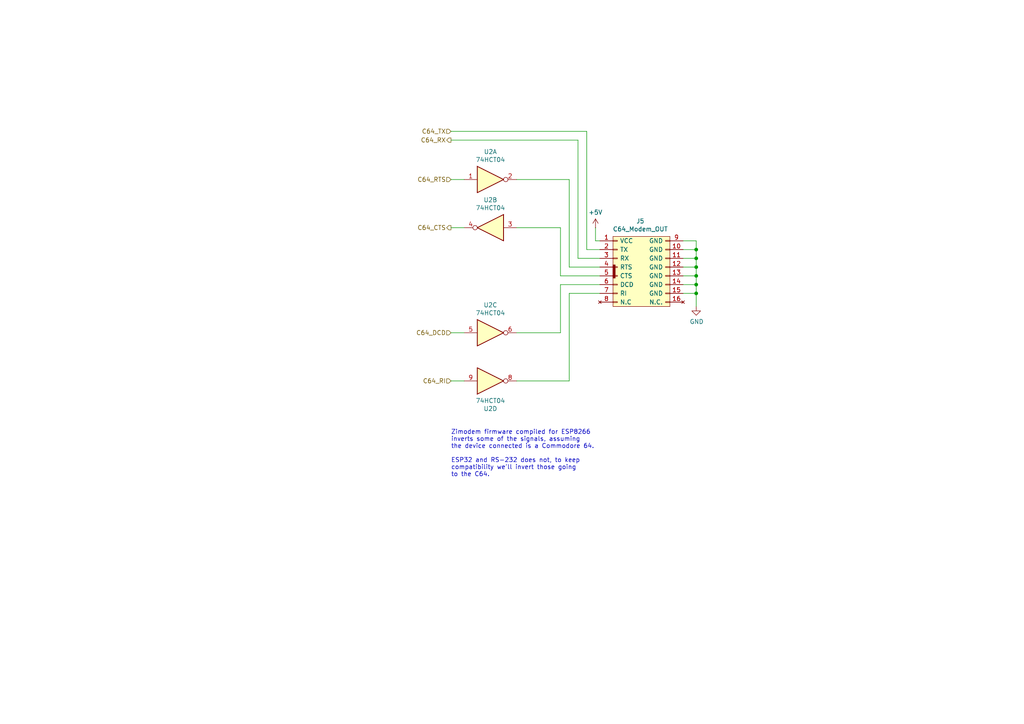
<source format=kicad_sch>
(kicad_sch (version 20231120) (generator "eeschema") (generator_version "8.0")
  (paper "A4")
  (title_block (title "BulkyModem-32 Module (C64 UserPort)") (rev "A"))
  (lib_symbols
    (symbol "74xx:74HCT04"
      (property "Reference" "U" (at 0 1.27 0))
      (property "Value" "74HCT04" (at 0 -1.27 0))
      (symbol "74HCT04_1_0"
        (polyline (pts (xy -3.81 3.81) (xy -3.81 -3.81) (xy 3.81 0) (xy -3.81 3.81)) (stroke (width 0.254)) (fill (type background)))
        (pin input line (at -7.62 0 0) (length 3.81) (name "~") (number "1"))
        (pin output inverted (at 7.62 0 180) (length 3.81) (name "~") (number "2"))
      )
      (symbol "74HCT04_2_0"
        (polyline (pts (xy -3.81 3.81) (xy -3.81 -3.81) (xy 3.81 0) (xy -3.81 3.81)) (stroke (width 0.254)) (fill (type background)))
        (pin input line (at -7.62 0 0) (length 3.81) (name "~") (number "3"))
        (pin output inverted (at 7.62 0 180) (length 3.81) (name "~") (number "4"))
      )
      (symbol "74HCT04_3_0"
        (polyline (pts (xy -3.81 3.81) (xy -3.81 -3.81) (xy 3.81 0) (xy -3.81 3.81)) (stroke (width 0.254)) (fill (type background)))
        (pin input line (at -7.62 0 0) (length 3.81) (name "~") (number "5"))
        (pin output inverted (at 7.62 0 180) (length 3.81) (name "~") (number "6"))
      )
      (symbol "74HCT04_4_0"
        (polyline (pts (xy -3.81 3.81) (xy -3.81 -3.81) (xy 3.81 0) (xy -3.81 3.81)) (stroke (width 0.254)) (fill (type background)))
        (pin output inverted (at 7.62 0 180) (length 3.81) (name "~") (number "8"))
        (pin input line (at -7.62 0 0) (length 3.81) (name "~") (number "9"))
      )
      (symbol "74HCT04_5_0"
        (polyline (pts (xy -3.81 3.81) (xy -3.81 -3.81) (xy 3.81 0) (xy -3.81 3.81)) (stroke (width 0.254)) (fill (type background)))
        (pin output inverted (at 7.62 0 180) (length 3.81) (name "~") (number "10"))
        (pin input line (at -7.62 0 0) (length 3.81) (name "~") (number "11"))
      )
      (symbol "74HCT04_6_0"
        (polyline (pts (xy -3.81 3.81) (xy -3.81 -3.81) (xy 3.81 0) (xy -3.81 3.81)) (stroke (width 0.254)) (fill (type background)))
        (pin output inverted (at 7.62 0 180) (length 3.81) (name "~") (number "12"))
        (pin input line (at -7.62 0 0) (length 3.81) (name "~") (number "13"))
      )
      (symbol "74HCT04_7_0"
        (pin power_in line (at 0 12.7 270) (length 5.08) (name "VCC") (number "14"))
        (pin power_in line (at 0 -12.7 90) (length 5.08) (name "GND") (number "7"))
      )
      (symbol "74HCT04_7_1"
        (rectangle (start -5.08 7.62) (end 5.08 -7.62) (stroke (width 0.254)) (fill (type background)))
      )
    )
    (symbol "c64_adapter_idc:C64_Modem_OUT" (pin_names (offset 2.0066))
      (property "Reference" "J" (at 0 7.62 0))
      (property "Value" "C64_Modem_OUT" (at 0 -15.24 0))
      (symbol "C64_Modem_OUT_0_1"
        (rectangle (start -7.62 -1.905) (end -6.985 -5.715) (fill (type outline)))
        (rectangle (start -7.62 6.35) (end 8.89 -13.97) (fill (type background)))
      )
      (symbol "C64_Modem_OUT_1_1"
        (rectangle (start -7.62 -12.573) (end -6.35 -12.827) (stroke (width 0.1524)))
        (rectangle (start -7.62 -10.033) (end -6.35 -10.287) (stroke (width 0.1524)))
        (rectangle (start -7.62 -7.493) (end -6.35 -7.747) (stroke (width 0.1524)))
        (rectangle (start -7.62 -4.953) (end -6.35 -5.207) (stroke (width 0.1524)))
        (rectangle (start -7.62 -2.413) (end -6.35 -2.667) (stroke (width 0.1524)))
        (rectangle (start -7.62 0.127) (end -6.35 -0.127) (stroke (width 0.1524)))
        (rectangle (start -7.62 2.667) (end -6.35 2.413) (stroke (width 0.1524)))
        (rectangle (start -7.62 5.207) (end -6.35 4.953) (stroke (width 0.1524)))
        (rectangle (start 8.89 -12.573) (end 7.62 -12.827) (stroke (width 0.1524)))
        (rectangle (start 8.89 -10.033) (end 7.62 -10.287) (stroke (width 0.1524)))
        (rectangle (start 8.89 -7.493) (end 7.62 -7.747) (stroke (width 0.1524)))
        (rectangle (start 8.89 -4.953) (end 7.62 -5.207) (stroke (width 0.1524)))
        (rectangle (start 8.89 -2.413) (end 7.62 -2.667) (stroke (width 0.1524)))
        (rectangle (start 8.89 0.127) (end 7.62 -0.127) (stroke (width 0.1524)))
        (rectangle (start 8.89 2.667) (end 7.62 2.413) (stroke (width 0.1524)))
        (rectangle (start 8.89 5.207) (end 7.62 4.953) (stroke (width 0.1524)))
        (pin power_in line (at -11.43 5.08 0) (length 3.81) (name "VCC") (number "1"))
        (pin passive line (at 12.7 2.54 180) (length 3.81) (name "GND") (number "10"))
        (pin passive line (at 12.7 0 180) (length 3.81) (name "GND") (number "11"))
        (pin passive line (at 12.7 -2.54 180) (length 3.81) (name "GND") (number "12"))
        (pin passive line (at 12.7 -5.08 180) (length 3.81) (name "GND") (number "13"))
        (pin passive line (at 12.7 -7.62 180) (length 3.81) (name "GND") (number "14"))
        (pin passive line (at 12.7 -10.16 180) (length 3.81) (name "GND") (number "15"))
        (pin no_connect line (at 12.7 -12.7 180) (length 3.81) (name "N.C.") (number "16"))
        (pin input line (at -11.43 2.54 0) (length 3.81) (name "TX") (number "2"))
        (pin output line (at -11.43 0 0) (length 3.81) (name "RX") (number "3"))
        (pin input line (at -11.43 -2.54 0) (length 3.81) (name "RTS") (number "4"))
        (pin output line (at -11.43 -5.08 0) (length 3.81) (name "CTS") (number "5"))
        (pin input line (at -11.43 -7.62 0) (length 3.81) (name "DCD") (number "6"))
        (pin input line (at -11.43 -10.16 0) (length 3.81) (name "RI") (number "7"))
        (pin no_connect line (at -11.43 -12.7 0) (length 3.81) (name "N.C") (number "8"))
        (pin power_in line (at 12.7 5.08 180) (length 3.81) (name "GND") (number "9"))
      )
    )
    (symbol "power:+5V" (power) (pin_numbers hide) (pin_names (offset 0) hide)
      (property "Value" "+5V" (at 0 3.556 0))
      (symbol "+5V_0_1"
        (polyline (pts (xy -0.762 1.27) (xy 0 2.54)))
        (polyline (pts (xy 0 0) (xy 0 2.54)))
        (polyline (pts (xy 0 2.54) (xy 0.762 1.27)))
      )
      (symbol "+5V_1_1"
        (pin power_in line (at 0 0 90) (length 0) (name "~") (number "1"))
      )
    )
    (symbol "power:GND" (power) (pin_numbers hide) (pin_names (offset 0) hide)
      (property "Value" "GND" (at 0 -3.81 0))
      (symbol "GND_0_1"
        (polyline (pts (xy 0 0) (xy 0 -1.27) (xy 1.27 -1.27) (xy 0 -2.54) (xy -1.27 -1.27) (xy 0 -1.27)))
      )
      (symbol "GND_1_1"
        (pin power_in line (at 0 0 270) (length 0) (name "~") (number "1"))
      )
    )
  )
  (junction (at 201.93 85.09))
  (junction (at 201.93 72.39))
  (junction (at 201.93 80.01))
  (junction (at 201.93 74.93))
  (junction (at 201.93 82.55))
  (junction (at 201.93 77.47))
  (wire (pts (xy 170.18 38.1) (xy 170.18 72.39)))
  (wire (pts (xy 201.93 82.55) (xy 201.93 85.09)))
  (wire (pts (xy 201.93 85.09) (xy 201.93 88.9)))
  (wire (pts (xy 198.12 82.55) (xy 201.93 82.55)))
  (wire (pts (xy 149.86 66.04) (xy 162.56 66.04)))
  (wire (pts (xy 198.12 77.47) (xy 201.93 77.47)))
  (wire (pts (xy 130.81 52.07) (xy 134.62 52.07)))
  (wire (pts (xy 165.1 77.47) (xy 173.99 77.47)))
  (wire (pts (xy 162.56 96.52) (xy 162.56 82.55)))
  (wire (pts (xy 149.86 96.52) (xy 162.56 96.52)))
  (wire (pts (xy 130.81 66.04) (xy 134.62 66.04)))
  (wire (pts (xy 170.18 38.1) (xy 130.81 38.1)))
  (wire (pts (xy 149.86 110.49) (xy 165.1 110.49)))
  (wire (pts (xy 167.64 40.64) (xy 130.81 40.64)))
  (wire (pts (xy 201.93 72.39) (xy 201.93 74.93)))
  (wire (pts (xy 172.72 66.04) (xy 172.72 69.85)))
  (wire (pts (xy 165.1 52.07) (xy 165.1 77.47)))
  (wire (pts (xy 198.12 80.01) (xy 201.93 80.01)))
  (wire (pts (xy 201.93 80.01) (xy 201.93 82.55)))
  (wire (pts (xy 167.64 74.93) (xy 173.99 74.93)))
  (wire (pts (xy 162.56 82.55) (xy 173.99 82.55)))
  (wire (pts (xy 198.12 69.85) (xy 201.93 69.85)))
  (wire (pts (xy 201.93 74.93) (xy 201.93 77.47)))
  (wire (pts (xy 198.12 72.39) (xy 201.93 72.39)))
  (wire (pts (xy 198.12 85.09) (xy 201.93 85.09)))
  (wire (pts (xy 198.12 74.93) (xy 201.93 74.93)))
  (wire (pts (xy 162.56 66.04) (xy 162.56 80.01)))
  (wire (pts (xy 149.86 52.07) (xy 165.1 52.07)))
  (wire (pts (xy 170.18 72.39) (xy 173.99 72.39)))
  (wire (pts (xy 201.93 77.47) (xy 201.93 80.01)))
  (wire (pts (xy 165.1 85.09) (xy 165.1 110.49)))
  (wire (pts (xy 162.56 80.01) (xy 173.99 80.01)))
  (wire (pts (xy 130.81 96.52) (xy 134.62 96.52)))
  (wire (pts (xy 167.64 40.64) (xy 167.64 74.93)))
  (wire (pts (xy 173.99 69.85) (xy 172.72 69.85)))
  (wire (pts (xy 130.81 110.49) (xy 134.62 110.49)))
  (wire (pts (xy 165.1 85.09) (xy 173.99 85.09)))
  (wire (pts (xy 201.93 69.85) (xy 201.93 72.39)))
  (text "Zimodem firmware compiled for ESP8266\ninverts some of the signals, assuming\nthe device connected is a Commodore 64.\n\nESP32 and RS-232 does not, to keep\ncompatibility we'll invert those going\nto the C64." (at 130.81 138.43 0) (effects (font (size 1.27 1.27)) (justify left bottom)))
  (hierarchical_label "C64_RTS" (shape input) (at 130.81 52.07 180))
  (hierarchical_label "C64_CTS" (shape output) (at 130.81 66.04 180))
  (hierarchical_label "C64_RI" (shape input) (at 130.81 110.49 180))
  (hierarchical_label "C64_DCD" (shape input) (at 130.81 96.52 180))
  (hierarchical_label "C64_TX" (shape input) (at 130.81 38.1 180))
  (hierarchical_label "C64_RX" (shape output) (at 130.81 40.64 180))
  (symbol (lib_id "c64_adapter_idc:C64_Modem_OUT") (at 185.42 74.93 0) (unit 1)
    (property "Reference" "J5" (at 185.7248 64.135 0))
    (property "Value" "C64_Modem_OUT" (at 185.7248 66.4464 0))
    (property "Footprint" "BulkyModem:UserPort_Adapter_IDC" (effects (hide yes)))
  )
  (symbol (lib_id "power:GND") (at 201.93 88.9 0) (unit 1)
    (property "Reference" "#PWR0139" (effects (hide yes)))
    (property "Value" "GND" (at 202.057 93.2942 0))
    (property "Description" "Power symbol creates a global label with name \"GND\" , ground" (effects (hide yes)))
  )
  (symbol (lib_id "power:+5V") (at 172.72 66.04 0) (unit 1)
    (property "Reference" "#PWR0140" (effects (hide yes)))
    (property "Value" "+5V" (at 172.72 61.595 0))
    (property "Description" "Power symbol creates a global label with name \"+5V\"" (effects (hide yes)))
  )
  (symbol (lib_id "74xx:74HCT04") (at 142.24 96.52 0) (unit 3)
    (property "Reference" "U2" (at 142.24 88.4682 0))
    (property "Value" "74HCT04" (at 142.24 90.7796 0))
    (property "Footprint" "Package_DIP:DIP-14_W7.62mm_Socket_LongPads" (effects (hide yes)))
    (property "Datasheet" "https://assets.nexperia.com/documents/data-sheet/74HC_HCT04.pdf" (effects (hide yes)))
    (property "Description" "Hex Inverter" (effects (hide yes)))
  )
  (symbol (lib_id "74xx:74HCT04") (at 142.24 52.07 0) (unit 1)
    (property "Reference" "U2" (at 142.24 44.0182 0))
    (property "Value" "74HCT04" (at 142.24 46.3296 0))
    (property "Footprint" "Package_DIP:DIP-14_W7.62mm_Socket_LongPads" (effects (hide yes)))
    (property "Datasheet" "https://assets.nexperia.com/documents/data-sheet/74HC_HCT04.pdf" (effects (hide yes)))
    (property "Description" "Hex Inverter" (effects (hide yes)))
  )
  (symbol (lib_id "74xx:74HCT04") (at 142.24 110.49 0) (mirror x) (unit 4)
    (property "Reference" "U2" (at 142.24 118.5418 0))
    (property "Value" "74HCT04" (at 142.24 116.2304 0))
    (property "Footprint" "Package_DIP:DIP-14_W7.62mm_Socket_LongPads" (effects (hide yes)))
    (property "Datasheet" "https://assets.nexperia.com/documents/data-sheet/74HC_HCT04.pdf" (effects (hide yes)))
    (property "Description" "Hex Inverter" (effects (hide yes)))
  )
  (symbol (lib_id "74xx:74HCT04") (at 142.24 66.04 0) (mirror y) (unit 2)
    (property "Reference" "U2" (at 142.24 57.9882 0))
    (property "Value" "74HCT04" (at 142.24 60.2996 0))
    (property "Footprint" "Package_DIP:DIP-14_W7.62mm_Socket_LongPads" (effects (hide yes)))
    (property "Datasheet" "https://assets.nexperia.com/documents/data-sheet/74HC_HCT04.pdf" (effects (hide yes)))
    (property "Description" "Hex Inverter" (effects (hide yes)))
  )
)
</source>
